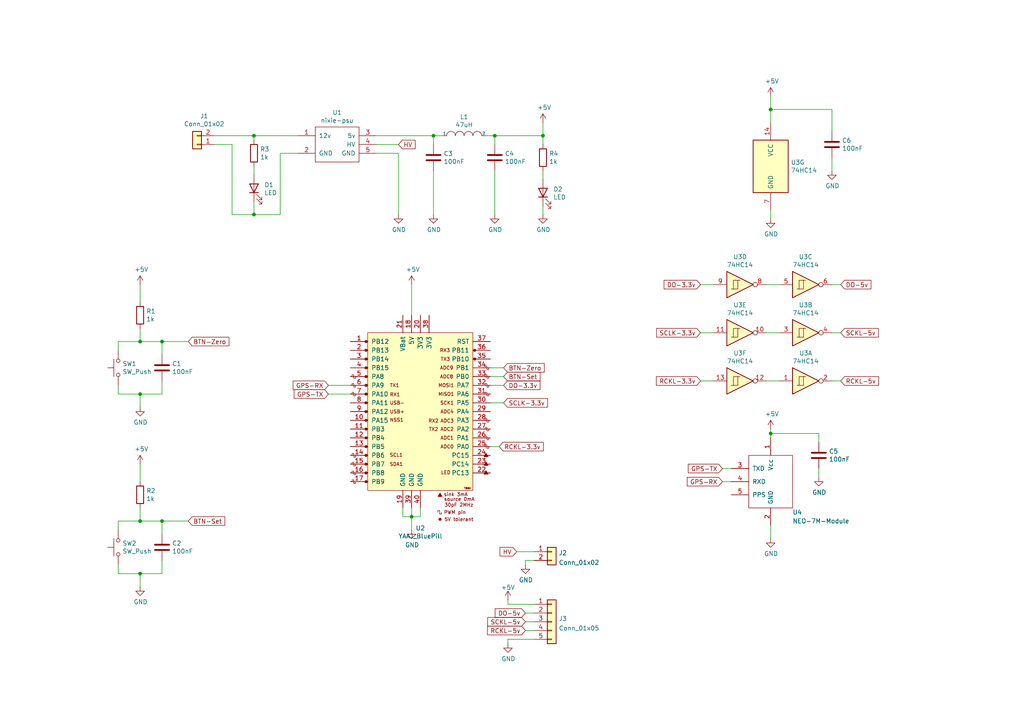
<source format=kicad_sch>
(kicad_sch (version 20211123) (generator eeschema)
  (paper "A4")
  (lib_symbols
    (symbol "74xx:74HC14" (pin_names (offset 1.016))
      (property "Reference" "U" (at 0 1.27 0))
      (property "Value" "74HC14" (at 0 -1.27 0))
      (symbol "74HC14_1_0"
        (polyline (pts (xy -3.81 3.81) (xy -3.81 -3.81) (xy 3.81 0) (xy -3.81 3.81)) (stroke (width 0.254)) (fill (type background)))
        (pin input line (at -7.62 0 0) (length 3.81) (name "~") (number "1"))
        (pin output inverted (at 7.62 0 180) (length 3.81) (name "~") (number "2"))
      )
      (symbol "74HC14_1_1"
        (polyline (pts (xy -1.905 -1.27) (xy -1.905 1.27) (xy -0.635 1.27)))
        (polyline (pts (xy -2.54 -1.27) (xy -0.635 -1.27) (xy -0.635 1.27) (xy 0 1.27)))
      )
      (symbol "74HC14_2_0"
        (polyline (pts (xy -3.81 3.81) (xy -3.81 -3.81) (xy 3.81 0) (xy -3.81 3.81)) (stroke (width 0.254)) (fill (type background)))
        (pin input line (at -7.62 0 0) (length 3.81) (name "~") (number "3"))
        (pin output inverted (at 7.62 0 180) (length 3.81) (name "~") (number "4"))
      )
      (symbol "74HC14_2_1"
        (polyline (pts (xy -1.905 -1.27) (xy -1.905 1.27) (xy -0.635 1.27)))
        (polyline (pts (xy -2.54 -1.27) (xy -0.635 -1.27) (xy -0.635 1.27) (xy 0 1.27)))
      )
      (symbol "74HC14_3_0"
        (polyline (pts (xy -3.81 3.81) (xy -3.81 -3.81) (xy 3.81 0) (xy -3.81 3.81)) (stroke (width 0.254)) (fill (type background)))
        (pin input line (at -7.62 0 0) (length 3.81) (name "~") (number "5"))
        (pin output inverted (at 7.62 0 180) (length 3.81) (name "~") (number "6"))
      )
      (symbol "74HC14_3_1"
        (polyline (pts (xy -1.905 -1.27) (xy -1.905 1.27) (xy -0.635 1.27)))
        (polyline (pts (xy -2.54 -1.27) (xy -0.635 -1.27) (xy -0.635 1.27) (xy 0 1.27)))
      )
      (symbol "74HC14_4_0"
        (polyline (pts (xy -3.81 3.81) (xy -3.81 -3.81) (xy 3.81 0) (xy -3.81 3.81)) (stroke (width 0.254)) (fill (type background)))
        (pin output inverted (at 7.62 0 180) (length 3.81) (name "~") (number "8"))
        (pin input line (at -7.62 0 0) (length 3.81) (name "~") (number "9"))
      )
      (symbol "74HC14_4_1"
        (polyline (pts (xy -1.905 -1.27) (xy -1.905 1.27) (xy -0.635 1.27)))
        (polyline (pts (xy -2.54 -1.27) (xy -0.635 -1.27) (xy -0.635 1.27) (xy 0 1.27)))
      )
      (symbol "74HC14_5_0"
        (polyline (pts (xy -3.81 3.81) (xy -3.81 -3.81) (xy 3.81 0) (xy -3.81 3.81)) (stroke (width 0.254)) (fill (type background)))
        (pin output inverted (at 7.62 0 180) (length 3.81) (name "~") (number "10"))
        (pin input line (at -7.62 0 0) (length 3.81) (name "~") (number "11"))
      )
      (symbol "74HC14_5_1"
        (polyline (pts (xy -1.905 -1.27) (xy -1.905 1.27) (xy -0.635 1.27)))
        (polyline (pts (xy -2.54 -1.27) (xy -0.635 -1.27) (xy -0.635 1.27) (xy 0 1.27)))
      )
      (symbol "74HC14_6_0"
        (polyline (pts (xy -3.81 3.81) (xy -3.81 -3.81) (xy 3.81 0) (xy -3.81 3.81)) (stroke (width 0.254)) (fill (type background)))
        (pin output inverted (at 7.62 0 180) (length 3.81) (name "~") (number "12"))
        (pin input line (at -7.62 0 0) (length 3.81) (name "~") (number "13"))
      )
      (symbol "74HC14_6_1"
        (polyline (pts (xy -1.905 -1.27) (xy -1.905 1.27) (xy -0.635 1.27)))
        (polyline (pts (xy -2.54 -1.27) (xy -0.635 -1.27) (xy -0.635 1.27) (xy 0 1.27)))
      )
      (symbol "74HC14_7_0"
        (pin power_in line (at 0 12.7 270) (length 5.08) (name "VCC") (number "14"))
        (pin power_in line (at 0 -12.7 90) (length 5.08) (name "GND") (number "7"))
      )
      (symbol "74HC14_7_1"
        (rectangle (start -5.08 7.62) (end 5.08 -7.62) (stroke (width 0.254)) (fill (type background)))
      )
    )
    (symbol "Connector_Generic:Conn_01x02" (pin_names (offset 1.016) hide)
      (property "Reference" "J" (at 0 2.54 0))
      (property "Value" "Conn_01x02" (at 0 -5.08 0))
      (symbol "Conn_01x02_1_1"
        (rectangle (start -1.27 -2.413) (end 0 -2.667) (stroke (width 0.1524)))
        (rectangle (start -1.27 0.127) (end 0 -0.127) (stroke (width 0.1524)))
        (rectangle (start -1.27 1.27) (end 1.27 -3.81) (stroke (width 0.254)) (fill (type background)))
        (pin passive line (at -5.08 0 0) (length 3.81) (name "Pin_1") (number "1"))
        (pin passive line (at -5.08 -2.54 0) (length 3.81) (name "Pin_2") (number "2"))
      )
    )
    (symbol "Connector_Generic:Conn_01x05" (pin_names (offset 1.016) hide)
      (property "Reference" "J" (at 0 7.62 0))
      (property "Value" "Conn_01x05" (at 0 -7.62 0))
      (symbol "Conn_01x05_1_1"
        (rectangle (start -1.27 -4.953) (end 0 -5.207) (stroke (width 0.1524)))
        (rectangle (start -1.27 -2.413) (end 0 -2.667) (stroke (width 0.1524)))
        (rectangle (start -1.27 0.127) (end 0 -0.127) (stroke (width 0.1524)))
        (rectangle (start -1.27 2.667) (end 0 2.413) (stroke (width 0.1524)))
        (rectangle (start -1.27 5.207) (end 0 4.953) (stroke (width 0.1524)))
        (rectangle (start -1.27 6.35) (end 1.27 -6.35) (stroke (width 0.254)) (fill (type background)))
        (pin passive line (at -5.08 5.08 0) (length 3.81) (name "Pin_1") (number "1"))
        (pin passive line (at -5.08 2.54 0) (length 3.81) (name "Pin_2") (number "2"))
        (pin passive line (at -5.08 0 0) (length 3.81) (name "Pin_3") (number "3"))
        (pin passive line (at -5.08 -2.54 0) (length 3.81) (name "Pin_4") (number "4"))
        (pin passive line (at -5.08 -5.08 0) (length 3.81) (name "Pin_5") (number "5"))
      )
    )
    (symbol "Device:C" (pin_numbers hide) (pin_names (offset 0.254))
      (property "Reference" "C" (at 0.635 2.54 0))
      (property "Value" "C" (at 0.635 -2.54 0))
      (symbol "C_0_1"
        (polyline (pts (xy -2.032 -0.762) (xy 2.032 -0.762)) (stroke (width 0.508)))
        (polyline (pts (xy -2.032 0.762) (xy 2.032 0.762)) (stroke (width 0.508)))
      )
      (symbol "C_1_1"
        (pin passive line (at 0 3.81 270) (length 2.794) (name "~") (number "1"))
        (pin passive line (at 0 -3.81 90) (length 2.794) (name "~") (number "2"))
      )
    )
    (symbol "Device:LED" (pin_numbers hide) (pin_names (offset 1.016) hide)
      (property "Reference" "D" (at 0 2.54 0))
      (property "Value" "LED" (at 0 -2.54 0))
      (symbol "LED_0_1"
        (polyline (pts (xy -1.27 -1.27) (xy -1.27 1.27)) (stroke (width 0.254)))
        (polyline (pts (xy -1.27 0) (xy 1.27 0)))
        (polyline (pts (xy 1.27 -1.27) (xy 1.27 1.27) (xy -1.27 0) (xy 1.27 -1.27)) (stroke (width 0.254)))
        (polyline (pts (xy -3.048 -0.762) (xy -4.572 -2.286) (xy -3.81 -2.286) (xy -4.572 -2.286) (xy -4.572 -1.524)))
        (polyline (pts (xy -1.778 -0.762) (xy -3.302 -2.286) (xy -2.54 -2.286) (xy -3.302 -2.286) (xy -3.302 -1.524)))
      )
      (symbol "LED_1_1"
        (pin passive line (at -3.81 0 0) (length 2.54) (name "K") (number "1"))
        (pin passive line (at 3.81 0 180) (length 2.54) (name "A") (number "2"))
      )
    )
    (symbol "Device:R" (pin_numbers hide) (pin_names (offset 0))
      (property "Reference" "R" (at 2.032 0 90))
      (property "Value" "R" (at 0 0 90))
      (symbol "R_0_1"
        (rectangle (start -1.016 -2.54) (end 1.016 2.54) (stroke (width 0.254)))
      )
      (symbol "R_1_1"
        (pin passive line (at 0 3.81 270) (length 1.27) (name "~") (number "1"))
        (pin passive line (at 0 -3.81 90) (length 1.27) (name "~") (number "2"))
      )
    )
    (symbol "Switch:SW_Push" (pin_numbers hide) (pin_names (offset 1.016) hide)
      (property "Reference" "SW" (at 1.27 2.54 0))
      (property "Value" "SW_Push" (at 0 -1.524 0))
      (symbol "SW_Push_0_1"
        (circle (center -2.032 0) (radius 0.508))
        (polyline (pts (xy 0 1.27) (xy 0 3.048)))
        (polyline (pts (xy 2.54 1.27) (xy -2.54 1.27)))
        (circle (center 2.032 0) (radius 0.508))
        (pin passive line (at -5.08 0 0) (length 2.54) (name "1") (number "1"))
        (pin passive line (at 5.08 0 180) (length 2.54) (name "2") (number "2"))
      )
    )
    (symbol "YAAJ_BluePill:YAAJ_BluePill" (pin_names (offset 1.016))
      (property "Reference" "U" (at -13.97 24.13 0))
      (property "Value" "YAAJ_BluePill" (at 0 6.35 90))
      (symbol "YAAJ_BluePill_0_0"
        (circle (center -15.748 -20.32) (radius 0.3556) (fill (type outline)))
        (circle (center -15.748 -17.78) (radius 0.3556) (fill (type outline)))
        (circle (center -15.748 -15.24) (radius 0.3556) (fill (type outline)))
        (circle (center -15.748 -12.7) (radius 0.3556) (fill (type outline)))
        (circle (center -15.748 -10.16) (radius 0.3556) (fill (type outline)))
        (circle (center -15.748 -7.62) (radius 0.3556) (fill (type outline)))
        (circle (center -15.748 -5.08) (radius 0.3556) (fill (type outline)))
        (circle (center -15.748 -2.54) (radius 0.3556) (fill (type outline)))
        (circle (center -15.748 0) (radius 0.3556) (fill (type outline)))
        (circle (center -15.748 2.54) (radius 0.3556) (fill (type outline)))
        (circle (center -15.748 5.08) (radius 0.3556) (fill (type outline)))
        (circle (center -15.748 7.62) (radius 0.3556) (fill (type outline)))
        (circle (center -15.748 10.16) (radius 0.3556) (fill (type outline)))
        (circle (center -15.748 12.7) (radius 0.3556) (fill (type outline)))
        (circle (center -15.748 15.24) (radius 0.3556) (fill (type outline)))
        (circle (center -15.748 20.32) (radius 0.3556) (fill (type outline)))
        (polyline (pts (xy 5.08 -24.638) (xy 5.715 -23.622) (xy 6.35 -24.638) (xy 5.08 -24.638) (xy 5.715 -23.749) (xy 6.223 -24.638) (xy 5.207 -24.511) (xy 5.715 -23.876) (xy 6.096 -24.638) (xy 5.334 -24.384) (xy 5.842 -24.003) (xy 5.969 -24.638) (xy 5.461 -24.257) (xy 5.969 -24.13) (xy 5.842 -24.511) (xy 5.588 -24.257) (xy 5.842 -24.384) (xy 5.715 -24.13)))
        (polyline (pts (xy 18.415 -18.161) (xy 19.05 -17.145) (xy 19.685 -18.161) (xy 18.415 -18.161) (xy 19.05 -17.272) (xy 19.558 -18.161) (xy 18.542 -18.034) (xy 19.05 -17.399) (xy 19.431 -18.161) (xy 18.669 -17.907) (xy 19.177 -17.526) (xy 19.304 -18.161) (xy 18.796 -17.78) (xy 19.304 -17.653) (xy 19.177 -18.034) (xy 18.923 -17.78) (xy 19.177 -17.907) (xy 19.05 -17.653)))
        (polyline (pts (xy 18.415 -15.621) (xy 19.05 -14.605) (xy 19.685 -15.621) (xy 18.415 -15.621) (xy 19.05 -14.732) (xy 19.558 -15.621) (xy 18.542 -15.494) (xy 19.05 -14.859) (xy 19.431 -15.621) (xy 18.669 -15.367) (xy 19.177 -14.986) (xy 19.304 -15.621) (xy 18.796 -15.24) (xy 19.304 -15.113) (xy 19.177 -15.494) (xy 18.923 -15.24) (xy 19.177 -15.367) (xy 19.05 -15.113)))
        (polyline (pts (xy 18.415 -13.081) (xy 19.05 -12.065) (xy 19.685 -13.081) (xy 18.415 -13.081) (xy 19.05 -12.192) (xy 19.558 -13.081) (xy 18.542 -12.954) (xy 19.05 -12.319) (xy 19.431 -13.081) (xy 18.669 -12.827) (xy 19.177 -12.446) (xy 19.304 -13.081) (xy 18.796 -12.7) (xy 19.304 -12.573) (xy 19.177 -12.954) (xy 18.923 -12.7) (xy 19.177 -12.827) (xy 19.05 -12.573)))
        (circle (center 5.715 -31.242) (radius 0.127) (fill (type outline)))
        (circle (center 5.715 -31.242) (radius 0.254))
        (circle (center 5.715 -31.242) (radius 0.3556))
        (circle (center 15.748 15.24) (radius 0.254) (fill (type outline)))
        (circle (center 15.748 15.24) (radius 0.3556))
        (circle (center 15.748 17.78) (radius 0.254) (fill (type outline)))
        (circle (center 15.748 17.78) (radius 0.3556))
        (text "30pF 2MHz" (at 11.176 -27.051 0) (effects (font (size 0.9906 0.9906))))
        (text "5V tolerant" (at 11.176 -31.242 0) (effects (font (size 0.9906 0.9906))))
        (text "ADC0" (at 7.747 -10.16 0) (effects (font (size 0.9906 0.9906))))
        (text "ADC1" (at 7.747 -7.62 0) (effects (font (size 0.9906 0.9906))))
        (text "ADC2" (at 7.747 -5.08 0) (effects (font (size 0.9906 0.9906))))
        (text "ADC3" (at 7.747 -2.667 0) (effects (font (size 0.9906 0.9906))))
        (text "ADC4" (at 7.747 0 0) (effects (font (size 0.9906 0.9906))))
        (text "ADC8" (at 7.62 10.16 0) (effects (font (size 0.9906 0.9906))))
        (text "ADC9" (at 7.62 12.7 0) (effects (font (size 0.9906 0.9906))))
        (text "LED" (at 7.366 -17.653 0) (effects (font (size 0.9906 0.9906))))
        (text "MISO1" (at 7.493 5.08 0) (effects (font (size 0.9906 0.9906))))
        (text "MOSI1" (at 7.493 7.62 0) (effects (font (size 0.9906 0.9906))))
        (text "NSS1" (at -6.858 -2.413 0) (effects (font (size 0.9906 0.9906))))
        (text "PWM pin" (at 10.033 -29.21 0) (effects (font (size 0.9906 0.9906))))
        (text "RX1" (at -7.366 4.953 0) (effects (font (size 0.9906 0.9906))))
        (text "RX2" (at 3.81 -2.667 0) (effects (font (size 0.9906 0.9906))))
        (text "RX3" (at 7.112 17.78 0) (effects (font (size 0.9906 0.9906))))
        (text "SCK1" (at 7.747 2.54 0) (effects (font (size 0.9906 0.9906))))
        (text "SCL1" (at -6.985 -12.573 0) (effects (font (size 0.9906 0.9906))))
        (text "SDA1" (at -6.985 -15.24 0) (effects (font (size 0.9906 0.9906))))
        (text "sink 3mA" (at 10.287 -24.003 0) (effects (font (size 0.9906 0.9906))))
        (text "source 0mA" (at 11.303 -25.4 0) (effects (font (size 0.9906 0.9906))))
        (text "TX1" (at -7.493 7.62 0) (effects (font (size 0.9906 0.9906))))
        (text "TX2" (at 3.81 -5.08 0) (effects (font (size 0.9906 0.9906))))
        (text "TX3" (at 7.239 15.24 0) (effects (font (size 0.9906 0.9906))))
        (text "USB+" (at -6.731 0 0) (effects (font (size 0.9906 0.9906))))
        (text "USB-" (at -6.731 2.54 0) (effects (font (size 0.9906 0.9906))))
        (text "Y@@J" (at 13.6906 -22.1488 0) (effects (font (size 0.508 0.508))))
      )
      (symbol "YAAJ_BluePill_0_1"
        (rectangle (start -15.24 22.86) (end 15.24 -22.86) (fill (type background)))
        (polyline (pts (xy -18.796 -20.32) (xy -18.796 -20.828) (xy -19.304 -20.828) (xy -19.304 -19.812) (xy -19.812 -19.812) (xy -19.812 -20.32)))
        (polyline (pts (xy -18.796 -17.78) (xy -18.796 -18.288) (xy -19.304 -18.288) (xy -19.304 -17.272) (xy -19.812 -17.272) (xy -19.812 -17.78)))
        (polyline (pts (xy -18.796 -15.24) (xy -18.796 -15.748) (xy -19.304 -15.748) (xy -19.304 -14.732) (xy -19.812 -14.732) (xy -19.812 -15.24)))
        (polyline (pts (xy -18.796 -12.7) (xy -18.796 -13.208) (xy -19.304 -13.208) (xy -19.304 -12.192) (xy -19.812 -12.192) (xy -19.812 -12.7)))
        (polyline (pts (xy -18.796 5.08) (xy -18.796 4.572) (xy -19.304 4.572) (xy -19.304 5.588) (xy -19.812 5.588) (xy -19.812 5.08)))
        (polyline (pts (xy -18.796 7.62) (xy -18.796 7.112) (xy -19.304 7.112) (xy -19.304 8.128) (xy -19.812 8.128) (xy -19.812 7.62)))
        (polyline (pts (xy -18.796 10.16) (xy -18.796 9.652) (xy -19.304 9.652) (xy -19.304 10.668) (xy -19.812 10.668) (xy -19.812 10.16)))
        (polyline (pts (xy 6.096 -29.21) (xy 6.096 -29.718) (xy 5.588 -29.718) (xy 5.588 -28.702) (xy 5.08 -28.702) (xy 5.08 -29.21)))
        (polyline (pts (xy 19.812 -10.16) (xy 19.812 -10.668) (xy 19.304 -10.668) (xy 19.304 -9.652) (xy 18.796 -9.652) (xy 18.796 -10.16)))
        (polyline (pts (xy 19.812 -7.62) (xy 19.812 -8.128) (xy 19.304 -8.128) (xy 19.304 -7.112) (xy 18.796 -7.112) (xy 18.796 -7.62)))
        (polyline (pts (xy 19.812 -5.08) (xy 19.812 -5.588) (xy 19.304 -5.588) (xy 19.304 -4.572) (xy 18.796 -4.572) (xy 18.796 -5.08)))
        (polyline (pts (xy 19.812 -2.54) (xy 19.812 -3.048) (xy 19.304 -3.048) (xy 19.304 -2.032) (xy 18.796 -2.032) (xy 18.796 -2.54)))
        (polyline (pts (xy 19.812 5.08) (xy 19.812 4.572) (xy 19.304 4.572) (xy 19.304 5.588) (xy 18.796 5.588) (xy 18.796 5.08)))
        (polyline (pts (xy 19.812 7.62) (xy 19.812 7.112) (xy 19.304 7.112) (xy 19.304 8.128) (xy 18.796 8.128) (xy 18.796 7.62)))
        (polyline (pts (xy 19.812 10.16) (xy 19.812 9.652) (xy 19.304 9.652) (xy 19.304 10.668) (xy 18.796 10.668) (xy 18.796 10.16)))
        (polyline (pts (xy 19.812 12.7) (xy 19.812 12.192) (xy 19.304 12.192) (xy 19.304 13.208) (xy 18.796 13.208) (xy 18.796 12.7)))
      )
      (symbol "YAAJ_BluePill_1_1"
        (circle (center -15.748 17.78) (radius 0.3556) (fill (type outline)))
        (pin bidirectional line (at -20.32 20.32 0) (length 5.08) (name "PB12") (number "1"))
        (pin bidirectional line (at -20.32 -2.54 0) (length 5.08) (name "PA15") (number "10"))
        (pin bidirectional line (at -20.32 -5.08 0) (length 5.08) (name "PB3") (number "11"))
        (pin bidirectional line (at -20.32 -7.62 0) (length 5.08) (name "PB4") (number "12"))
        (pin bidirectional line (at -20.32 -10.16 0) (length 5.08) (name "PB5") (number "13"))
        (pin bidirectional line (at -20.32 -12.7 0) (length 5.08) (name "PB6") (number "14"))
        (pin bidirectional line (at -20.32 -15.24 0) (length 5.08) (name "PB7") (number "15"))
        (pin bidirectional line (at -20.32 -17.78 0) (length 5.08) (name "PB8") (number "16"))
        (pin bidirectional line (at -20.32 -20.32 0) (length 5.08) (name "PB9") (number "17"))
        (pin power_in line (at -2.54 27.94 270) (length 5.08) (name "5V") (number "18"))
        (pin power_in line (at -5.08 -27.94 90) (length 5.08) (name "GND") (number "19"))
        (pin bidirectional line (at -20.32 17.78 0) (length 5.08) (name "PB13") (number "2"))
        (pin power_in line (at 0 27.94 270) (length 5.08) (name "3V3") (number "20"))
        (pin power_in line (at -5.08 27.94 270) (length 5.08) (name "VBat") (number "21"))
        (pin bidirectional line (at 20.32 -17.78 180) (length 5.08) (name "PC13") (number "22"))
        (pin bidirectional line (at 20.32 -15.24 180) (length 5.08) (name "PC14") (number "23"))
        (pin bidirectional line (at 20.32 -12.7 180) (length 5.08) (name "PC15") (number "24"))
        (pin bidirectional line (at 20.32 -10.16 180) (length 5.08) (name "PA0") (number "25"))
        (pin bidirectional line (at 20.32 -7.62 180) (length 5.08) (name "PA1") (number "26"))
        (pin bidirectional line (at 20.32 -5.08 180) (length 5.08) (name "PA2") (number "27"))
        (pin bidirectional line (at 20.32 -2.54 180) (length 5.08) (name "PA3") (number "28"))
        (pin bidirectional line (at 20.32 0 180) (length 5.08) (name "PA4") (number "29"))
        (pin bidirectional line (at -20.32 15.24 0) (length 5.08) (name "PB14") (number "3"))
        (pin bidirectional line (at 20.32 2.54 180) (length 5.08) (name "PA5") (number "30"))
        (pin bidirectional line (at 20.32 5.08 180) (length 5.08) (name "PA6") (number "31"))
        (pin bidirectional line (at 20.32 7.62 180) (length 5.08) (name "PA7") (number "32"))
        (pin bidirectional line (at 20.32 10.16 180) (length 5.08) (name "PB0") (number "33"))
        (pin bidirectional line (at 20.32 12.7 180) (length 5.08) (name "PB1") (number "34"))
        (pin bidirectional line (at 20.32 15.24 180) (length 5.08) (name "PB10") (number "35"))
        (pin bidirectional line (at 20.32 17.78 180) (length 5.08) (name "PB11") (number "36"))
        (pin input line (at 20.32 20.32 180) (length 5.08) (name "RST") (number "37"))
        (pin power_in line (at 2.54 27.94 270) (length 5.08) (name "3V3") (number "38"))
        (pin power_in line (at -2.54 -27.94 90) (length 5.08) (name "GND") (number "39"))
        (pin bidirectional line (at -20.32 12.7 0) (length 5.08) (name "PB15") (number "4"))
        (pin power_in line (at 0 -27.94 90) (length 5.08) (name "GND") (number "40"))
        (pin bidirectional line (at -20.32 10.16 0) (length 5.08) (name "PA8") (number "5"))
        (pin bidirectional line (at -20.32 7.62 0) (length 5.08) (name "PA9") (number "6"))
        (pin bidirectional line (at -20.32 5.08 0) (length 5.08) (name "PA10") (number "7"))
        (pin bidirectional line (at -20.32 2.54 0) (length 5.08) (name "PA11") (number "8"))
        (pin bidirectional line (at -20.32 0 0) (length 5.08) (name "PA12") (number "9"))
      )
    )
    (symbol "gps-module:NEO-7M-Module" (pin_names (offset 1.016))
      (property "Reference" "U" (at 7.62 -3.81 0))
      (property "Value" "NEO-7M-Module" (at 15.24 -6.35 0))
      (symbol "NEO-7M-Module_0_1"
        (rectangle (start -6.35 7.62) (end 6.35 -7.62))
        (rectangle (start 5.08 -5.08) (end 5.08 -5.08))
      )
      (symbol "NEO-7M-Module_1_1"
        (pin power_in line (at 0 12.7 270) (length 5.08) (name "Vcc") (number "1"))
        (pin power_in line (at 0 -12.7 90) (length 5.08) (name "GND") (number "2"))
        (pin output line (at -11.43 3.81 0) (length 5.08) (name "TXD") (number "3"))
        (pin input line (at -11.43 0 0) (length 5.08) (name "RXD") (number "4"))
        (pin output line (at -11.43 -3.81 0) (length 5.08) (name "PPS") (number "5"))
      )
    )
    (symbol "power:+5V" (power) (pin_names (offset 0))
      (property "Value" "+5V" (at 0 3.556 0))
      (symbol "+5V_0_1"
        (polyline (pts (xy -0.762 1.27) (xy 0 2.54)))
        (polyline (pts (xy 0 0) (xy 0 2.54)))
        (polyline (pts (xy 0 2.54) (xy 0.762 1.27)))
      )
      (symbol "+5V_1_1"
        (pin power_in line (at 0 0 90) (length 0) hide (name "+5V") (number "1"))
      )
    )
    (symbol "power:GND" (power) (pin_names (offset 0))
      (property "Value" "GND" (at 0 -3.81 0))
      (symbol "GND_0_1"
        (polyline (pts (xy 0 0) (xy 0 -1.27) (xy 1.27 -1.27) (xy 0 -2.54) (xy -1.27 -1.27) (xy 0 -1.27)))
      )
      (symbol "GND_1_1"
        (pin power_in line (at 0 0 270) (length 0) hide (name "GND") (number "1"))
      )
    )
    (symbol "pspice:INDUCTOR" (pin_numbers hide) (pin_names (offset 0))
      (property "Reference" "L" (at 0 2.54 0))
      (property "Value" "INDUCTOR" (at 0 -1.27 0))
      (symbol "INDUCTOR_0_1"
        (arc (start -2.54 0) (mid -3.81 1.27) (end -5.08 0))
        (arc (start 0 0) (mid -1.27 1.27) (end -2.54 0))
        (arc (start 2.54 0) (mid 1.27 1.27) (end 0 0))
        (arc (start 5.08 0) (mid 3.81 1.27) (end 2.54 0))
      )
      (symbol "INDUCTOR_1_1"
        (pin input line (at -6.35 0 0) (length 1.27) (name "1") (number "1"))
        (pin input line (at 6.35 0 180) (length 1.27) (name "2") (number "2"))
      )
    )
    (symbol "psu:nixie-psu" (pin_names (offset 1.016))
      (property "Reference" "U" (at -1.27 -7.62 0))
      (property "Value" "nixie-psu" (at 0 -10.16 0))
      (symbol "nixie-psu_0_1"
        (rectangle (start -6.35 5.08) (end 6.35 -5.08))
      )
      (symbol "nixie-psu_1_1"
        (pin input line (at -11.43 2.54 0) (length 5.08) (name "12v") (number "1"))
        (pin input line (at -11.43 -2.54 0) (length 5.08) (name "GND") (number "2"))
        (pin input line (at 11.43 2.54 180) (length 5.08) (name "5v") (number "3"))
        (pin input line (at 11.43 0 180) (length 5.08) (name "HV") (number "4"))
        (pin input line (at 11.43 -2.54 180) (length 5.08) (name "GND") (number "5"))
      )
    )
  )
  (junction (at 223.52 31.75))
  (junction (at 223.52 125.73))
  (junction (at 46.99 151.13))
  (junction (at 40.64 151.13))
  (junction (at 40.64 99.06))
  (junction (at 40.64 166.37))
  (junction (at 143.51 39.37))
  (junction (at 157.48 39.37))
  (junction (at 119.38 149.86))
  (junction (at 40.64 114.3))
  (junction (at 73.66 39.37))
  (junction (at 73.66 62.23))
  (junction (at 46.99 99.06))
  (junction (at 125.73 39.37))
  (wire (pts (xy 223.52 125.73) (xy 237.49 125.73)))
  (wire (pts (xy 116.84 147.32) (xy 116.84 149.86)))
  (wire (pts (xy 34.29 163.83) (xy 34.29 166.37)))
  (wire (pts (xy 152.4 177.8) (xy 154.94 177.8)))
  (wire (pts (xy 157.48 52.07) (xy 157.48 49.53)))
  (wire (pts (xy 223.52 127) (xy 223.52 125.73)))
  (wire (pts (xy 73.66 62.23) (xy 81.28 62.23)))
  (wire (pts (xy 119.38 149.86) (xy 119.38 153.67)))
  (wire (pts (xy 143.51 41.91) (xy 143.51 39.37)))
  (wire (pts (xy 203.2 96.52) (xy 207.01 96.52)))
  (wire (pts (xy 46.99 114.3) (xy 46.99 110.49)))
  (wire (pts (xy 142.24 129.54) (xy 144.78 129.54)))
  (wire (pts (xy 157.48 39.37) (xy 157.48 35.56)))
  (wire (pts (xy 46.99 151.13) (xy 46.99 154.94)))
  (wire (pts (xy 40.64 99.06) (xy 40.64 95.25)))
  (wire (pts (xy 67.31 62.23) (xy 73.66 62.23)))
  (wire (pts (xy 152.4 163.83) (xy 152.4 162.56)))
  (wire (pts (xy 81.28 44.45) (xy 86.36 44.45)))
  (wire (pts (xy 109.22 44.45) (xy 115.57 44.45)))
  (wire (pts (xy 154.94 175.26) (xy 147.32 175.26)))
  (wire (pts (xy 142.24 111.76) (xy 146.05 111.76)))
  (wire (pts (xy 40.64 151.13) (xy 40.64 147.32)))
  (wire (pts (xy 46.99 166.37) (xy 46.99 162.56)))
  (wire (pts (xy 40.64 166.37) (xy 46.99 166.37)))
  (wire (pts (xy 140.97 39.37) (xy 143.51 39.37)))
  (wire (pts (xy 223.52 27.94) (xy 223.52 31.75)))
  (wire (pts (xy 147.32 173.99) (xy 147.32 175.26)))
  (wire (pts (xy 241.3 49.53) (xy 241.3 45.72)))
  (wire (pts (xy 209.55 135.89) (xy 212.09 135.89)))
  (wire (pts (xy 152.4 162.56) (xy 154.94 162.56)))
  (wire (pts (xy 46.99 151.13) (xy 54.61 151.13)))
  (wire (pts (xy 152.4 180.34) (xy 154.94 180.34)))
  (wire (pts (xy 152.4 182.88) (xy 154.94 182.88)))
  (wire (pts (xy 109.22 39.37) (xy 125.73 39.37)))
  (wire (pts (xy 223.52 63.5) (xy 223.52 60.96)))
  (wire (pts (xy 241.3 110.49) (xy 243.84 110.49)))
  (wire (pts (xy 237.49 125.73) (xy 237.49 128.27)))
  (wire (pts (xy 157.48 41.91) (xy 157.48 39.37)))
  (wire (pts (xy 121.92 149.86) (xy 121.92 147.32)))
  (wire (pts (xy 119.38 91.44) (xy 119.38 82.55)))
  (wire (pts (xy 34.29 166.37) (xy 40.64 166.37)))
  (wire (pts (xy 125.73 49.53) (xy 125.73 62.23)))
  (wire (pts (xy 119.38 149.86) (xy 119.38 147.32)))
  (wire (pts (xy 222.25 82.55) (xy 226.06 82.55)))
  (wire (pts (xy 34.29 101.6) (xy 34.29 99.06)))
  (wire (pts (xy 46.99 99.06) (xy 46.99 102.87)))
  (wire (pts (xy 73.66 62.23) (xy 73.66 58.42)))
  (wire (pts (xy 223.52 31.75) (xy 223.52 35.56)))
  (wire (pts (xy 73.66 39.37) (xy 86.36 39.37)))
  (wire (pts (xy 73.66 40.64) (xy 73.66 39.37)))
  (wire (pts (xy 34.29 153.67) (xy 34.29 151.13)))
  (wire (pts (xy 119.38 149.86) (xy 121.92 149.86)))
  (wire (pts (xy 241.3 96.52) (xy 243.84 96.52)))
  (wire (pts (xy 209.55 139.7) (xy 212.09 139.7)))
  (wire (pts (xy 157.48 62.23) (xy 157.48 59.69)))
  (wire (pts (xy 222.25 110.49) (xy 226.06 110.49)))
  (wire (pts (xy 147.32 185.42) (xy 147.32 186.69)))
  (wire (pts (xy 109.22 41.91) (xy 115.57 41.91)))
  (wire (pts (xy 40.64 139.7) (xy 40.64 134.62)))
  (wire (pts (xy 223.52 152.4) (xy 223.52 156.21)))
  (wire (pts (xy 34.29 111.76) (xy 34.29 114.3)))
  (wire (pts (xy 95.25 114.3) (xy 101.6 114.3)))
  (wire (pts (xy 241.3 31.75) (xy 241.3 38.1)))
  (wire (pts (xy 222.25 96.52) (xy 226.06 96.52)))
  (wire (pts (xy 125.73 39.37) (xy 128.27 39.37)))
  (wire (pts (xy 142.24 116.84) (xy 146.05 116.84)))
  (wire (pts (xy 34.29 151.13) (xy 40.64 151.13)))
  (wire (pts (xy 40.64 114.3) (xy 46.99 114.3)))
  (wire (pts (xy 62.23 41.91) (xy 67.31 41.91)))
  (wire (pts (xy 203.2 82.55) (xy 207.01 82.55)))
  (wire (pts (xy 237.49 138.43) (xy 237.49 135.89)))
  (wire (pts (xy 241.3 82.55) (xy 243.84 82.55)))
  (wire (pts (xy 81.28 62.23) (xy 81.28 44.45)))
  (wire (pts (xy 223.52 125.73) (xy 223.52 124.46)))
  (wire (pts (xy 40.64 166.37) (xy 40.64 170.18)))
  (wire (pts (xy 95.25 111.76) (xy 101.6 111.76)))
  (wire (pts (xy 46.99 99.06) (xy 54.61 99.06)))
  (wire (pts (xy 223.52 31.75) (xy 241.3 31.75)))
  (wire (pts (xy 116.84 149.86) (xy 119.38 149.86)))
  (wire (pts (xy 40.64 151.13) (xy 46.99 151.13)))
  (wire (pts (xy 142.24 109.22) (xy 146.05 109.22)))
  (wire (pts (xy 154.94 185.42) (xy 147.32 185.42)))
  (wire (pts (xy 40.64 87.63) (xy 40.64 82.55)))
  (wire (pts (xy 73.66 48.26) (xy 73.66 50.8)))
  (wire (pts (xy 142.24 106.68) (xy 146.05 106.68)))
  (wire (pts (xy 203.2 110.49) (xy 207.01 110.49)))
  (wire (pts (xy 40.64 114.3) (xy 40.64 118.11)))
  (wire (pts (xy 34.29 114.3) (xy 40.64 114.3)))
  (wire (pts (xy 125.73 41.91) (xy 125.73 39.37)))
  (wire (pts (xy 143.51 39.37) (xy 157.48 39.37)))
  (wire (pts (xy 143.51 49.53) (xy 143.51 62.23)))
  (wire (pts (xy 34.29 99.06) (xy 40.64 99.06)))
  (wire (pts (xy 115.57 44.45) (xy 115.57 62.23)))
  (wire (pts (xy 62.23 39.37) (xy 73.66 39.37)))
  (wire (pts (xy 149.86 160.02) (xy 154.94 160.02)))
  (wire (pts (xy 67.31 41.91) (xy 67.31 62.23)))
  (wire (pts (xy 40.64 99.06) (xy 46.99 99.06)))
  (global_label "HV" (shape input) (at 115.57 41.91 0) (property "Intersheet References" "${INTERSHEET_REFS}" (effects hide)))
  (global_label "SCLK-3.3v" (shape input) (at 203.2 96.52 180) (property "Intersheet References" "${INTERSHEET_REFS}" (effects hide)))
  (global_label "BTN-Zero" (shape input) (at 146.05 106.68 0) (property "Intersheet References" "${INTERSHEET_REFS}" (effects hide)))
  (global_label "DO-3.3v" (shape input) (at 146.05 111.76 0) (property "Intersheet References" "${INTERSHEET_REFS}" (effects hide)))
  (global_label "GPS-TX" (shape input) (at 95.25 114.3 180) (property "Intersheet References" "${INTERSHEET_REFS}" (effects hide)))
  (global_label "RCKL-5v" (shape input) (at 152.4 182.88 180) (property "Intersheet References" "${INTERSHEET_REFS}" (effects hide)))
  (global_label "DO-5v" (shape input) (at 243.84 82.55 0) (property "Intersheet References" "${INTERSHEET_REFS}" (effects hide)))
  (global_label "BTN-Set" (shape input) (at 146.05 109.22 0) (property "Intersheet References" "${INTERSHEET_REFS}" (effects hide)))
  (global_label "HV" (shape input) (at 149.86 160.02 180) (property "Intersheet References" "${INTERSHEET_REFS}" (effects hide)))
  (global_label "BTN-Set" (shape input) (at 54.61 151.13 0) (property "Intersheet References" "${INTERSHEET_REFS}" (effects hide)))
  (global_label "GPS-RX" (shape input) (at 209.55 139.7 180) (property "Intersheet References" "${INTERSHEET_REFS}" (effects hide)))
  (global_label "RCKL-5v" (shape input) (at 243.84 110.49 0) (property "Intersheet References" "${INTERSHEET_REFS}" (effects hide)))
  (global_label "SCKL-5v" (shape input) (at 152.4 180.34 180) (property "Intersheet References" "${INTERSHEET_REFS}" (effects hide)))
  (global_label "RCKL-3.3v" (shape input) (at 203.2 110.49 180) (property "Intersheet References" "${INTERSHEET_REFS}" (effects hide)))
  (global_label "DO-5v" (shape input) (at 152.4 177.8 180) (property "Intersheet References" "${INTERSHEET_REFS}" (effects hide)))
  (global_label "RCKL-3.3v" (shape input) (at 144.78 129.54 0) (property "Intersheet References" "${INTERSHEET_REFS}" (effects hide)))
  (global_label "GPS-TX" (shape input) (at 209.55 135.89 180) (property "Intersheet References" "${INTERSHEET_REFS}" (effects hide)))
  (global_label "BTN-Zero" (shape input) (at 54.61 99.06 0) (property "Intersheet References" "${INTERSHEET_REFS}" (effects hide)))
  (global_label "SCKL-5v" (shape input) (at 243.84 96.52 0) (property "Intersheet References" "${INTERSHEET_REFS}" (effects hide)))
  (global_label "GPS-RX" (shape input) (at 95.25 111.76 180) (property "Intersheet References" "${INTERSHEET_REFS}" (effects hide)))
  (global_label "DO-3.3v" (shape input) (at 203.2 82.55 180) (property "Intersheet References" "${INTERSHEET_REFS}" (effects hide)))
  (global_label "SCLK-3.3v" (shape input) (at 146.05 116.84 0) (property "Intersheet References" "${INTERSHEET_REFS}" (effects hide)))
  (symbol (lib_id "YAAJ_BluePill:YAAJ_BluePill") (at 121.92 119.38 0) (unit 1)
    (property "Reference" "U2" (at 121.92 153.1874 0))
    (property "Value" "YAAJ_BluePill" (at 121.92 155.4988 0))
    (property "Footprint" "misc:YAAJ_BluePill_2" (effects hide))
  )
  (symbol (lib_id "74xx:74HC14") (at 214.63 82.55 0) (unit 4)
    (property "Reference" "U3" (at 214.63 74.4982 0))
    (property "Value" "74HC14" (at 214.63 76.8096 0))
    (property "Footprint" "Package_DIP:DIP-14_W7.62mm_LongPads" (effects hide))
    (property "Datasheet" "http://www.ti.com/lit/gpn/sn74HC14" (effects hide))
  )
  (symbol (lib_id "74xx:74HC14") (at 223.52 48.26 0) (unit 7)
    (property "Reference" "U3" (at 229.362 47.0916 0) (effects (justify left)))
    (property "Value" "74HC14" (at 229.362 49.403 0) (effects (justify left)))
    (property "Footprint" "Package_DIP:DIP-14_W7.62mm_LongPads" (effects hide))
    (property "Datasheet" "http://www.ti.com/lit/gpn/sn74HC14" (effects hide))
  )
  (symbol (lib_id "74xx:74HC14") (at 233.68 82.55 0) (unit 3)
    (property "Reference" "U3" (at 233.68 74.4982 0))
    (property "Value" "74HC14" (at 233.68 76.8096 0))
    (property "Footprint" "Package_DIP:DIP-14_W7.62mm_LongPads" (effects hide))
    (property "Datasheet" "http://www.ti.com/lit/gpn/sn74HC14" (effects hide))
  )
  (symbol (lib_id "74xx:74HC14") (at 214.63 96.52 0) (unit 5)
    (property "Reference" "U3" (at 214.63 88.4682 0))
    (property "Value" "74HC14" (at 214.63 90.7796 0))
    (property "Footprint" "Package_DIP:DIP-14_W7.62mm_LongPads" (effects hide))
    (property "Datasheet" "http://www.ti.com/lit/gpn/sn74HC14" (effects hide))
  )
  (symbol (lib_id "74xx:74HC14") (at 233.68 96.52 0) (unit 2)
    (property "Reference" "U3" (at 233.68 88.4682 0))
    (property "Value" "74HC14" (at 233.68 90.7796 0))
    (property "Footprint" "Package_DIP:DIP-14_W7.62mm_LongPads" (effects hide))
    (property "Datasheet" "http://www.ti.com/lit/gpn/sn74HC14" (effects hide))
  )
  (symbol (lib_id "74xx:74HC14") (at 214.63 110.49 0) (unit 6)
    (property "Reference" "U3" (at 214.63 102.4382 0))
    (property "Value" "74HC14" (at 214.63 104.7496 0))
    (property "Footprint" "Package_DIP:DIP-14_W7.62mm_LongPads" (effects hide))
    (property "Datasheet" "http://www.ti.com/lit/gpn/sn74HC14" (effects hide))
  )
  (symbol (lib_id "74xx:74HC14") (at 233.68 110.49 0) (unit 1)
    (property "Reference" "U3" (at 233.68 102.4382 0))
    (property "Value" "74HC14" (at 233.68 104.7496 0))
    (property "Footprint" "Package_DIP:DIP-14_W7.62mm_LongPads" (effects hide))
    (property "Datasheet" "http://www.ti.com/lit/gpn/sn74HC14" (effects hide))
  )
  (symbol (lib_id "power:GND") (at 119.38 153.67 0) (unit 1)
    (property "Reference" "#PWR07" (effects hide))
    (property "Value" "GND" (at 119.507 158.0642 0))
  )
  (symbol (lib_id "power:+5V") (at 119.38 82.55 0) (unit 1)
    (property "Reference" "#PWR06" (effects hide))
    (property "Value" "+5V" (at 119.761 78.1558 0))
  )
  (symbol (lib_id "power:+5V") (at 223.52 27.94 0) (unit 1)
    (property "Reference" "#PWR012" (effects hide))
    (property "Value" "+5V" (at 223.901 23.5458 0))
  )
  (symbol (lib_id "power:GND") (at 223.52 63.5 0) (unit 1)
    (property "Reference" "#PWR013" (effects hide))
    (property "Value" "GND" (at 223.647 67.8942 0))
  )
  (symbol (lib_id "gps-module:NEO-7M-Module") (at 223.52 139.7 0) (unit 1)
    (property "Reference" "U4" (at 229.87 148.59 0) (effects (justify left)))
    (property "Value" "NEO-7M-Module" (at 229.87 151.13 0) (effects (justify left)))
    (property "Footprint" "misc:neo-7m-module" (effects hide))
  )
  (symbol (lib_id "power:GND") (at 223.52 156.21 0) (unit 1)
    (property "Reference" "#PWR015" (effects hide))
    (property "Value" "GND" (at 223.647 160.6042 0))
  )
  (symbol (lib_id "power:+5V") (at 223.52 124.46 0) (unit 1)
    (property "Reference" "#PWR014" (effects hide))
    (property "Value" "+5V" (at 223.901 120.0658 0))
  )
  (symbol (lib_id "Device:C") (at 241.3 41.91 0) (unit 1)
    (property "Reference" "C6" (at 244.221 40.7416 0) (effects (justify left)))
    (property "Value" "100nF" (at 244.221 43.053 0) (effects (justify left)))
    (property "Footprint" "Capacitor_THT:C_Disc_D3.0mm_W2.0mm_P2.50mm" (effects hide))
  )
  (symbol (lib_id "power:GND") (at 241.3 49.53 0) (unit 1)
    (property "Reference" "#PWR017" (effects hide))
    (property "Value" "GND" (at 241.427 53.9242 0))
  )
  (symbol (lib_id "Switch:SW_Push") (at 34.29 106.68 90) (unit 1)
    (property "Reference" "SW1" (at 35.5092 105.5116 90) (effects (justify right)))
    (property "Value" "SW_Push" (at 35.5092 107.823 90) (effects (justify right)))
    (property "Footprint" "Button_Switch_THT:SW_PUSH_6mm" (effects hide))
  )
  (symbol (lib_id "Device:C") (at 46.99 106.68 0) (unit 1)
    (property "Reference" "C1" (at 49.911 105.5116 0) (effects (justify left)))
    (property "Value" "100nF" (at 49.911 107.823 0) (effects (justify left)))
    (property "Footprint" "Capacitor_THT:C_Disc_D3.0mm_W2.0mm_P2.50mm" (effects hide))
  )
  (symbol (lib_id "power:GND") (at 40.64 118.11 0) (unit 1)
    (property "Reference" "#PWR02" (effects hide))
    (property "Value" "GND" (at 40.767 122.5042 0))
  )
  (symbol (lib_id "Device:R") (at 40.64 91.44 0) (unit 1)
    (property "Reference" "R1" (at 42.418 90.2716 0) (effects (justify left)))
    (property "Value" "1k" (at 42.418 92.583 0) (effects (justify left)))
    (property "Footprint" "Resistor_THT:R_Axial_DIN0207_L6.3mm_D2.5mm_P7.62mm_Horizontal" (effects hide))
  )
  (symbol (lib_id "power:+5V") (at 40.64 82.55 0) (unit 1)
    (property "Reference" "#PWR01" (effects hide))
    (property "Value" "+5V" (at 41.021 78.1558 0))
  )
  (symbol (lib_id "Device:R") (at 157.48 45.72 0) (unit 1)
    (property "Reference" "R4" (at 159.258 44.5516 0) (effects (justify left)))
    (property "Value" "1k" (at 159.258 46.863 0) (effects (justify left)))
    (property "Footprint" "Resistor_THT:R_Axial_DIN0207_L6.3mm_D2.5mm_P7.62mm_Horizontal" (effects hide))
  )
  (symbol (lib_id "Device:LED") (at 157.48 55.88 90) (unit 1)
    (property "Reference" "D2" (at 160.4772 54.8894 90) (effects (justify right)))
    (property "Value" "LED" (at 160.4772 57.2008 90) (effects (justify right)))
    (property "Footprint" "LED_THT:LED_D5.0mm" (effects hide))
  )
  (symbol (lib_id "Switch:SW_Push") (at 34.29 158.75 90) (unit 1)
    (property "Reference" "SW2" (at 35.5092 157.5816 90) (effects (justify right)))
    (property "Value" "SW_Push" (at 35.5092 159.893 90) (effects (justify right)))
    (property "Footprint" "Button_Switch_THT:SW_PUSH_6mm" (effects hide))
  )
  (symbol (lib_id "Device:C") (at 46.99 158.75 0) (unit 1)
    (property "Reference" "C2" (at 49.911 157.5816 0) (effects (justify left)))
    (property "Value" "100nF" (at 49.911 159.893 0) (effects (justify left)))
    (property "Footprint" "Capacitor_THT:C_Disc_D3.0mm_W2.0mm_P2.50mm" (effects hide))
  )
  (symbol (lib_id "power:GND") (at 40.64 170.18 0) (unit 1)
    (property "Reference" "#PWR04" (effects hide))
    (property "Value" "GND" (at 40.767 174.5742 0))
  )
  (symbol (lib_id "Device:R") (at 40.64 143.51 0) (unit 1)
    (property "Reference" "R2" (at 42.418 142.3416 0) (effects (justify left)))
    (property "Value" "1k" (at 42.418 144.653 0) (effects (justify left)))
    (property "Footprint" "Resistor_THT:R_Axial_DIN0207_L6.3mm_D2.5mm_P7.62mm_Horizontal" (effects hide))
  )
  (symbol (lib_id "power:+5V") (at 40.64 134.62 0) (unit 1)
    (property "Reference" "#PWR03" (effects hide))
    (property "Value" "+5V" (at 41.021 130.2258 0))
  )
  (symbol (lib_id "power:GND") (at 157.48 62.23 0) (unit 1)
    (property "Reference" "#PWR011" (effects hide))
    (property "Value" "GND" (at 157.607 66.6242 0))
  )
  (symbol (lib_id "Device:C") (at 237.49 132.08 0) (unit 1)
    (property "Reference" "C5" (at 240.411 130.9116 0) (effects (justify left)))
    (property "Value" "100nF" (at 240.411 133.223 0) (effects (justify left)))
    (property "Footprint" "Capacitor_THT:C_Disc_D3.0mm_W2.0mm_P2.50mm" (effects hide))
  )
  (symbol (lib_id "power:GND") (at 237.49 138.43 0) (unit 1)
    (property "Reference" "#PWR016" (effects hide))
    (property "Value" "GND" (at 237.617 142.8242 0))
  )
  (symbol (lib_id "psu:nixie-psu") (at 97.79 41.91 0) (unit 1)
    (property "Reference" "U1" (at 97.79 32.639 0))
    (property "Value" "nixie-psu" (at 97.79 34.9504 0))
    (property "Footprint" "misc:nixie-psu" (effects hide))
  )
  (symbol (lib_id "pspice:INDUCTOR") (at 134.62 39.37 0) (unit 1)
    (property "Reference" "L1" (at 134.62 33.909 0))
    (property "Value" "47uH" (at 134.62 36.2204 0))
    (property "Footprint" "Inductor_THT:L_Axial_L9.5mm_D4.0mm_P15.24mm_Horizontal_Fastron_SMCC" (effects hide))
  )
  (symbol (lib_id "Device:C") (at 125.73 45.72 0) (unit 1)
    (property "Reference" "C3" (at 128.651 44.5516 0) (effects (justify left)))
    (property "Value" "100nF" (at 128.651 46.863 0) (effects (justify left)))
    (property "Footprint" "Capacitor_THT:C_Disc_D3.0mm_W2.0mm_P2.50mm" (effects hide))
  )
  (symbol (lib_id "Device:C") (at 143.51 45.72 0) (unit 1)
    (property "Reference" "C4" (at 146.431 44.5516 0) (effects (justify left)))
    (property "Value" "100nF" (at 146.431 46.863 0) (effects (justify left)))
    (property "Footprint" "Capacitor_THT:C_Disc_D3.0mm_W2.0mm_P2.50mm" (effects hide))
  )
  (symbol (lib_id "power:GND") (at 143.51 62.23 0) (unit 1)
    (property "Reference" "#PWR09" (effects hide))
    (property "Value" "GND" (at 143.637 66.6242 0))
  )
  (symbol (lib_id "power:GND") (at 125.73 62.23 0) (unit 1)
    (property "Reference" "#PWR08" (effects hide))
    (property "Value" "GND" (at 125.857 66.6242 0))
  )
  (symbol (lib_id "power:GND") (at 115.57 62.23 0) (unit 1)
    (property "Reference" "#PWR05" (effects hide))
    (property "Value" "GND" (at 115.697 66.6242 0))
  )
  (symbol (lib_id "power:+5V") (at 157.48 35.56 0) (unit 1)
    (property "Reference" "#PWR010" (effects hide))
    (property "Value" "+5V" (at 157.861 31.1658 0))
  )
  (symbol (lib_id "Connector_Generic:Conn_01x02") (at 57.15 41.91 180) (unit 1)
    (property "Reference" "J1" (at 59.2328 33.655 0))
    (property "Value" "Conn_01x02" (at 59.2328 35.9664 0))
    (property "Footprint" "TerminalBlock:TerminalBlock_bornier-2_P5.08mm" (effects hide))
  )
  (symbol (lib_id "Device:R") (at 73.66 44.45 0) (unit 1)
    (property "Reference" "R3" (at 75.438 43.2816 0) (effects (justify left)))
    (property "Value" "1k" (at 75.438 45.593 0) (effects (justify left)))
    (property "Footprint" "Resistor_THT:R_Axial_DIN0207_L6.3mm_D2.5mm_P7.62mm_Horizontal" (effects hide))
  )
  (symbol (lib_id "Device:LED") (at 73.66 54.61 90) (unit 1)
    (property "Reference" "D1" (at 76.6572 53.6194 90) (effects (justify right)))
    (property "Value" "LED" (at 76.6572 55.9308 90) (effects (justify right)))
    (property "Footprint" "LED_THT:LED_D5.0mm" (effects hide))
  )
  (symbol (lib_id "power:GND") (at 147.32 186.69 0) (unit 1)
    (property "Reference" "#PWR0103" (effects hide))
    (property "Value" "GND" (at 147.447 191.0842 0))
  )
  (symbol (lib_id "power:GND") (at 152.4 163.83 0) (unit 1)
    (property "Reference" "#PWR0101" (effects hide))
    (property "Value" "GND" (at 152.527 168.2242 0))
  )
  (symbol (lib_id "Connector_Generic:Conn_01x05") (at 160.02 180.34 0) (unit 1)
    (property "Reference" "J3" (at 162.052 179.4315 0) (effects (justify left)))
    (property "Value" "Conn_01x05" (at 162.052 182.2066 0) (effects (justify left)))
    (property "Footprint" "TerminalBlock:TerminalBlock_bornier-5_P5.08mm" (effects hide))
  )
  (symbol (lib_id "Connector_Generic:Conn_01x02") (at 160.02 160.02 0) (unit 1)
    (property "Reference" "J2" (at 162.052 160.3815 0) (effects (justify left)))
    (property "Value" "Conn_01x02" (at 162.052 163.1566 0) (effects (justify left)))
    (property "Footprint" "TerminalBlock:TerminalBlock_bornier-2_P5.08mm" (effects hide))
  )
  (symbol (lib_id "power:+5V") (at 147.32 173.99 0) (unit 1)
    (property "Reference" "#PWR0102" (effects hide))
    (property "Value" "+5V" (at 147.32 170.3855 0))
  )
)
</source>
